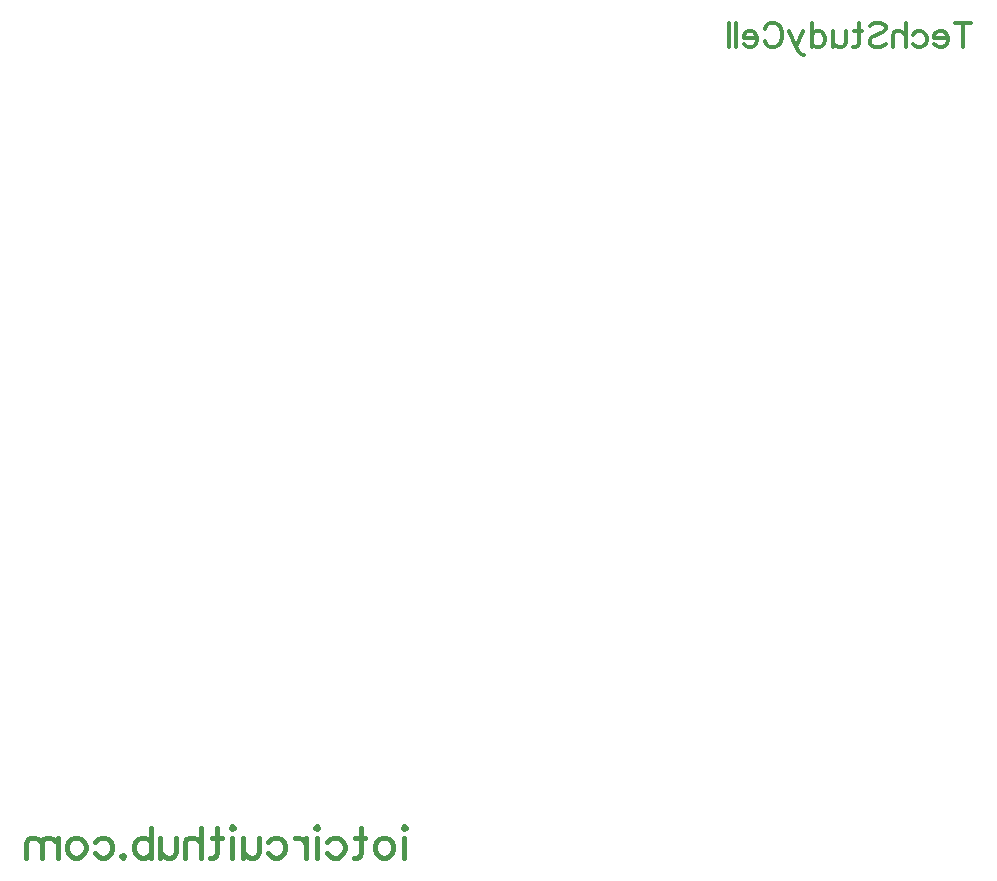
<source format=gbr>
G04 DipTrace 4.0.0.5*
G04 BottomSilk.gbr*
%MOMM*%
G04 #@! TF.FileFunction,Legend,Bot*
G04 #@! TF.Part,Single*
%ADD73C,0.39216*%
%ADD74C,0.31373*%
%FSLAX35Y35*%
G04*
G71*
G90*
G75*
G01*
G04 BotSilk*
%LPD*%
X2066614Y-1196043D2*
D74*
Y-1400219D1*
X2134672Y-1196043D2*
X1998555D1*
X1935810Y-1322502D2*
X1819235D1*
Y-1302960D1*
X1828893Y-1283419D1*
X1838552Y-1273760D1*
X1858093Y-1264102D1*
X1887293D1*
X1906610Y-1273760D1*
X1926152Y-1293302D1*
X1935810Y-1322502D1*
Y-1341819D1*
X1926152Y-1371019D1*
X1906610Y-1390336D1*
X1887293Y-1400219D1*
X1858093D1*
X1838552Y-1390336D1*
X1819235Y-1371019D1*
X1639690Y-1293302D2*
X1659231Y-1273760D1*
X1678773Y-1264102D1*
X1707748D1*
X1727290Y-1273760D1*
X1746606Y-1293302D1*
X1756490Y-1322502D1*
Y-1341819D1*
X1746606Y-1371019D1*
X1727290Y-1390336D1*
X1707748Y-1400219D1*
X1678773D1*
X1659231Y-1390336D1*
X1639690Y-1371019D1*
X1576944Y-1196043D2*
Y-1400219D1*
Y-1302960D2*
X1547744Y-1273760D1*
X1528203Y-1264102D1*
X1499003D1*
X1479686Y-1273760D1*
X1470028Y-1302960D1*
Y-1400219D1*
X1271166Y-1225243D2*
X1290482Y-1205702D1*
X1319682Y-1196043D1*
X1358541D1*
X1387741Y-1205702D1*
X1407282Y-1225243D1*
Y-1244560D1*
X1397399Y-1264102D1*
X1387741Y-1273760D1*
X1368424Y-1283419D1*
X1310024Y-1302960D1*
X1290482Y-1312619D1*
X1280824Y-1322502D1*
X1271166Y-1341819D1*
Y-1371019D1*
X1290482Y-1390336D1*
X1319682Y-1400219D1*
X1358541D1*
X1387741Y-1390336D1*
X1407282Y-1371019D1*
X1179220Y-1196043D2*
Y-1361360D1*
X1169562Y-1390336D1*
X1150020Y-1400219D1*
X1130703D1*
X1208420Y-1264102D2*
X1140362D1*
X1067958D2*
Y-1361360D1*
X1058300Y-1390336D1*
X1038758Y-1400219D1*
X1009558D1*
X990241Y-1390336D1*
X961041Y-1361360D1*
Y-1264102D2*
Y-1400219D1*
X781721Y-1196043D2*
Y-1400219D1*
Y-1293302D2*
X801038Y-1273760D1*
X820579Y-1264102D1*
X849779D1*
X869096Y-1273760D1*
X888638Y-1293302D1*
X898296Y-1322502D1*
Y-1341819D1*
X888638Y-1371019D1*
X869096Y-1390336D1*
X849779Y-1400219D1*
X820579D1*
X801038Y-1390336D1*
X781721Y-1371019D1*
X709093Y-1264102D2*
X650917Y-1400219D1*
X670234Y-1439077D1*
X689776Y-1458619D1*
X709093Y-1468277D1*
X718976D1*
X592517Y-1264102D2*
X650917Y-1400219D1*
X383997Y-1244560D2*
X393655Y-1225243D1*
X413197Y-1205702D1*
X432514Y-1196043D1*
X471372D1*
X490914Y-1205702D1*
X510231Y-1225243D1*
X520114Y-1244560D1*
X529772Y-1273760D1*
Y-1322502D1*
X520114Y-1351477D1*
X510231Y-1371019D1*
X490914Y-1390336D1*
X471372Y-1400219D1*
X432514D1*
X413197Y-1390336D1*
X393655Y-1371019D1*
X383997Y-1351477D1*
X321252Y-1322502D2*
X204676D1*
Y-1302960D1*
X214335Y-1283419D1*
X223993Y-1273760D1*
X243535Y-1264102D1*
X272735D1*
X292052Y-1273760D1*
X311593Y-1293302D1*
X321252Y-1322502D1*
Y-1341819D1*
X311593Y-1371019D1*
X292052Y-1390336D1*
X272735Y-1400219D1*
X243535D1*
X223993Y-1390336D1*
X204676Y-1371019D1*
X141931Y-1196043D2*
Y-1400219D1*
X79186Y-1196043D2*
Y-1400219D1*
X-2657313Y-8007777D2*
D73*
X-2669386Y-8019850D1*
X-2681740Y-8007777D1*
X-2669386Y-7995423D1*
X-2657313Y-8007777D1*
X-2669386Y-8092850D2*
Y-8262996D1*
X-2820817Y-8092850D2*
X-2796671Y-8104923D1*
X-2772244Y-8129350D1*
X-2760171Y-8165850D1*
Y-8189996D1*
X-2772244Y-8226496D1*
X-2796671Y-8250642D1*
X-2820817Y-8262996D1*
X-2857317D1*
X-2881744Y-8250642D1*
X-2905891Y-8226496D1*
X-2918244Y-8189996D1*
Y-8165850D1*
X-2905891Y-8129350D1*
X-2881744Y-8104923D1*
X-2857317Y-8092850D1*
X-2820817D1*
X-3033176Y-8007777D2*
Y-8214423D1*
X-3045249Y-8250642D1*
X-3069676Y-8262996D1*
X-3093822D1*
X-2996676Y-8092850D2*
X-3081749D1*
X-3318253Y-8129350D2*
X-3293826Y-8104923D1*
X-3269399Y-8092850D1*
X-3233180D1*
X-3208753Y-8104923D1*
X-3184607Y-8129350D1*
X-3172253Y-8165850D1*
Y-8189996D1*
X-3184607Y-8226496D1*
X-3208753Y-8250642D1*
X-3233180Y-8262996D1*
X-3269399D1*
X-3293826Y-8250642D1*
X-3318253Y-8226496D1*
X-3396685Y-8007777D2*
X-3408758Y-8019850D1*
X-3421112Y-8007777D1*
X-3408758Y-7995423D1*
X-3396685Y-8007777D1*
X-3408758Y-8092850D2*
Y-8262996D1*
X-3499543Y-8092850D2*
Y-8262996D1*
Y-8165850D2*
X-3511897Y-8129350D1*
X-3536043Y-8104923D1*
X-3560470Y-8092850D1*
X-3596970D1*
X-3821401Y-8129350D2*
X-3796974Y-8104923D1*
X-3772547Y-8092850D1*
X-3736328D1*
X-3711901Y-8104923D1*
X-3687755Y-8129350D1*
X-3675401Y-8165850D1*
Y-8189996D1*
X-3687755Y-8226496D1*
X-3711901Y-8250642D1*
X-3736328Y-8262996D1*
X-3772547D1*
X-3796974Y-8250642D1*
X-3821401Y-8226496D1*
X-3899833Y-8092850D2*
Y-8214423D1*
X-3911906Y-8250642D1*
X-3936333Y-8262996D1*
X-3972833D1*
X-3996979Y-8250642D1*
X-4033479Y-8214423D1*
Y-8092850D2*
Y-8262996D1*
X-4111910Y-8007777D2*
X-4123983Y-8019850D1*
X-4136337Y-8007777D1*
X-4123983Y-7995423D1*
X-4111910Y-8007777D1*
X-4123983Y-8092850D2*
Y-8262996D1*
X-4251268Y-8007777D2*
Y-8214423D1*
X-4263342Y-8250642D1*
X-4287768Y-8262996D1*
X-4311915D1*
X-4214768Y-8092850D2*
X-4299842D1*
X-4390346Y-8007777D2*
Y-8262996D1*
Y-8141423D2*
X-4426846Y-8104923D1*
X-4451273Y-8092850D1*
X-4487773D1*
X-4511919Y-8104923D1*
X-4523992Y-8141423D1*
Y-8262996D1*
X-4602423Y-8092850D2*
Y-8214423D1*
X-4614497Y-8250642D1*
X-4638923Y-8262996D1*
X-4675423D1*
X-4699570Y-8250642D1*
X-4736070Y-8214423D1*
Y-8092850D2*
Y-8262996D1*
X-4814501Y-8007777D2*
Y-8262996D1*
Y-8129350D2*
X-4838928Y-8104923D1*
X-4863074Y-8092850D1*
X-4899574D1*
X-4923720Y-8104923D1*
X-4948147Y-8129350D1*
X-4960220Y-8165850D1*
Y-8189996D1*
X-4948147Y-8226496D1*
X-4923720Y-8250642D1*
X-4899574Y-8262996D1*
X-4863074D1*
X-4838928Y-8250642D1*
X-4814501Y-8226496D1*
X-5050725Y-8238569D2*
X-5038652Y-8250923D1*
X-5050725Y-8262996D1*
X-5063079Y-8250923D1*
X-5050725Y-8238569D1*
X-5287510Y-8129350D2*
X-5263083Y-8104923D1*
X-5238656Y-8092850D1*
X-5202437D1*
X-5178010Y-8104923D1*
X-5153864Y-8129350D1*
X-5141510Y-8165850D1*
Y-8189996D1*
X-5153864Y-8226496D1*
X-5178010Y-8250642D1*
X-5202437Y-8262996D1*
X-5238656D1*
X-5263083Y-8250642D1*
X-5287510Y-8226496D1*
X-5426587Y-8092850D2*
X-5402441Y-8104923D1*
X-5378014Y-8129350D1*
X-5365941Y-8165850D1*
Y-8189996D1*
X-5378014Y-8226496D1*
X-5402441Y-8250642D1*
X-5426587Y-8262996D1*
X-5463087D1*
X-5487514Y-8250642D1*
X-5511661Y-8226496D1*
X-5524014Y-8189996D1*
Y-8165850D1*
X-5511661Y-8129350D1*
X-5487514Y-8104923D1*
X-5463087Y-8092850D1*
X-5426587D1*
X-5602446D2*
Y-8262996D1*
Y-8141423D2*
X-5638946Y-8104923D1*
X-5663373Y-8092850D1*
X-5699592D1*
X-5724019Y-8104923D1*
X-5736092Y-8141423D1*
Y-8262996D1*
Y-8141423D2*
X-5772592Y-8104923D1*
X-5797019Y-8092850D1*
X-5833238D1*
X-5857665Y-8104923D1*
X-5870019Y-8141423D1*
Y-8262996D1*
M02*

</source>
